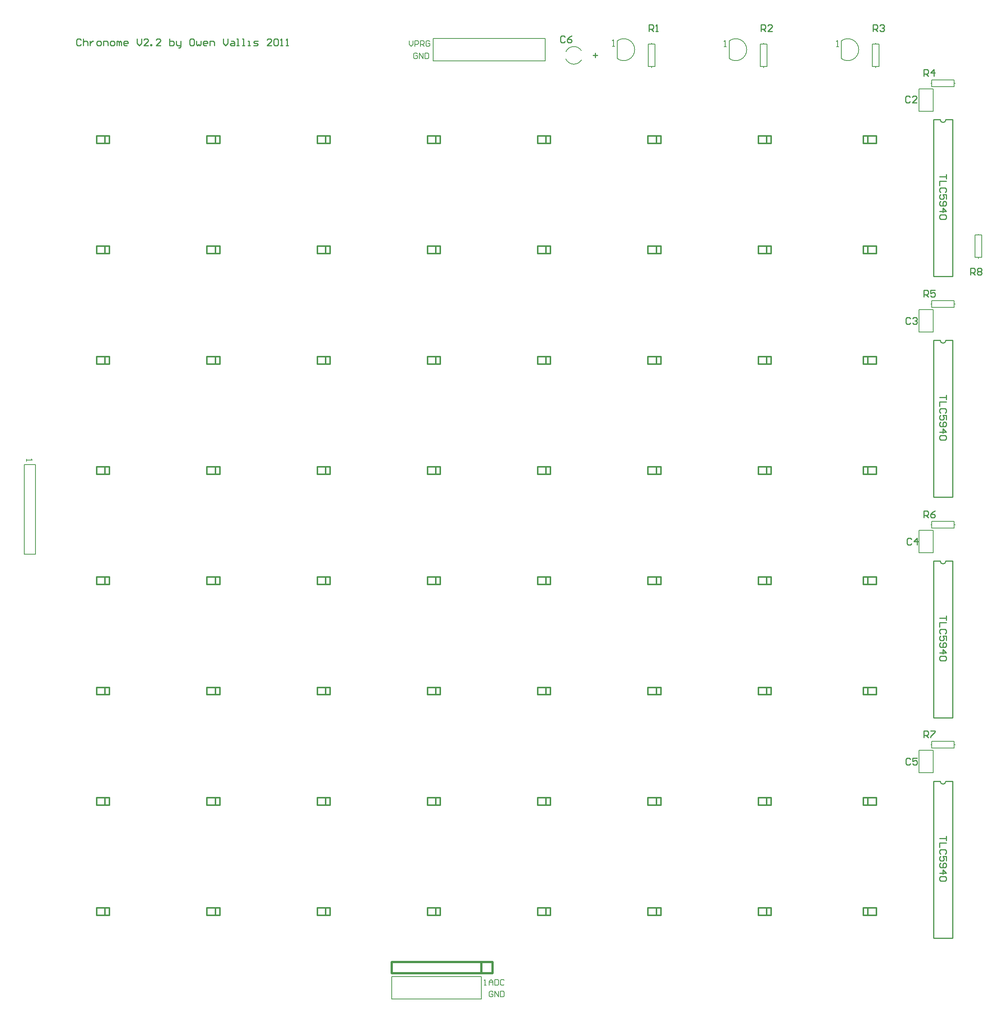
<source format=gto>
%FSAX23Y23*%
%MOIN*%
G70*
G01*
G75*
G04 Layer_Color=65535*
G04:AMPARAMS|DCode=10|XSize=200mil|YSize=70mil|CornerRadius=18mil|HoleSize=0mil|Usage=FLASHONLY|Rotation=180.000|XOffset=0mil|YOffset=0mil|HoleType=Round|Shape=RoundedRectangle|*
%AMROUNDEDRECTD10*
21,1,0.200,0.035,0,0,180.0*
21,1,0.165,0.070,0,0,180.0*
1,1,0.035,-0.083,0.018*
1,1,0.035,0.083,0.018*
1,1,0.035,0.083,-0.018*
1,1,0.035,-0.083,-0.018*
%
%ADD10ROUNDEDRECTD10*%
%ADD11R,0.200X0.070*%
%ADD12C,0.030*%
%ADD13C,0.050*%
%ADD14C,0.020*%
%ADD15C,0.059*%
%ADD16R,0.059X0.059*%
%ADD17C,0.053*%
%ADD18R,0.053X0.053*%
%ADD19C,0.050*%
%ADD20O,0.080X0.040*%
%ADD21R,0.080X0.040*%
%ADD22C,0.055*%
%ADD23O,0.079X0.039*%
%ADD24O,0.079X0.039*%
%ADD25C,0.060*%
%ADD26R,0.060X0.060*%
%ADD27R,0.059X0.059*%
%ADD28R,0.060X0.060*%
%ADD29C,0.065*%
%ADD30C,0.040*%
%ADD31R,0.010X0.010*%
%ADD32C,0.008*%
%ADD33C,0.010*%
%ADD34C,0.020*%
%ADD35C,0.012*%
%ADD36C,0.008*%
%ADD37C,0.006*%
D32*
X06933Y11172D02*
G03*
X07071Y11163I00072J00033D01*
G01*
Y11247D02*
G03*
X06933Y11238I-00066J-00042D01*
G01*
X07391Y11177D02*
G03*
X07391Y11333I00059J00078D01*
G01*
X08391Y11177D02*
G03*
X08391Y11333I00059J00078D01*
G01*
X09391Y11177D02*
G03*
X09391Y11333I00059J00078D01*
G01*
X05380Y02780D02*
X06180D01*
X05380Y02980D02*
X06180D01*
X05380Y02780D02*
Y02980D01*
X06180Y02780D02*
Y02980D01*
X05750Y11155D02*
X06750D01*
Y11355D01*
X05750D02*
X06750D01*
X05750Y11155D02*
Y11355D01*
X07700Y11105D02*
X07730D01*
Y11305D01*
X07670D02*
X07730D01*
X07670Y11105D02*
Y11305D01*
Y11105D02*
X07700D01*
Y11305D02*
Y11314D01*
Y11096D02*
Y11105D01*
X07391Y11177D02*
Y11333D01*
X08700Y11105D02*
X08730D01*
Y11305D01*
X08670D02*
X08730D01*
X08670Y11105D02*
Y11305D01*
Y11105D02*
X08700D01*
Y11305D02*
Y11314D01*
Y11096D02*
Y11105D01*
X08391Y11177D02*
Y11333D01*
X09700Y11105D02*
X09730D01*
Y11305D01*
X09670D02*
X09730D01*
X09670Y11105D02*
Y11305D01*
Y11105D02*
X09700D01*
Y11305D02*
Y11314D01*
Y11096D02*
Y11105D01*
X09391Y11177D02*
Y11333D01*
X10200Y05020D02*
Y05050D01*
Y05020D02*
X10400D01*
Y05080D01*
X10200D02*
X10400D01*
X10200Y05050D02*
Y05080D01*
X10400Y05050D02*
X10409D01*
X10191D02*
X10200D01*
Y06985D02*
Y07015D01*
Y06985D02*
X10400D01*
Y07045D01*
X10200D02*
X10400D01*
X10200Y07015D02*
Y07045D01*
X10400Y07015D02*
X10409D01*
X10191D02*
X10200D01*
Y08955D02*
Y08985D01*
Y08955D02*
X10400D01*
Y09015D01*
X10200D02*
X10400D01*
X10200Y08985D02*
Y09015D01*
X10400Y08985D02*
X10409D01*
X10191D02*
X10200D01*
Y10925D02*
Y10955D01*
Y10925D02*
X10400D01*
Y10985D01*
X10200D02*
X10400D01*
X10200Y10955D02*
Y10985D01*
X10400Y10955D02*
X10409D01*
X10191D02*
X10200D01*
X02100Y06750D02*
X02200D01*
X02100D02*
Y07550D01*
X02200D01*
Y06750D02*
Y07550D01*
X10213Y10705D02*
Y10905D01*
X10087Y10705D02*
Y10905D01*
Y10705D02*
X10213D01*
X10087Y10905D02*
X10213D01*
X10615Y09400D02*
X10645D01*
Y09600D01*
X10585D02*
X10645D01*
X10585Y09400D02*
Y09600D01*
Y09400D02*
X10615D01*
Y09600D02*
Y09609D01*
Y09391D02*
Y09400D01*
X10213Y08735D02*
Y08935D01*
X10087Y08735D02*
Y08935D01*
Y08735D02*
X10213D01*
X10087Y08935D02*
X10213D01*
Y06765D02*
Y06965D01*
X10087Y06765D02*
Y06965D01*
Y06765D02*
X10213D01*
X10087Y06965D02*
X10213D01*
Y04800D02*
Y05000D01*
X10087Y04800D02*
Y05000D01*
Y04800D02*
X10213D01*
X10087Y05000D02*
X10213D01*
D33*
X10275Y04725D02*
G03*
X10325Y04725I00025J00000D01*
G01*
X10275Y06690D02*
G03*
X10325Y06690I00025J00000D01*
G01*
X10275Y08660D02*
G03*
X10325Y08660I00025J00000D01*
G01*
X10275Y10630D02*
G03*
X10325Y10630I00025J00000D01*
G01*
X10215Y03325D02*
Y04725D01*
Y03325D02*
X10385D01*
Y04725D01*
X10325D02*
X10385D01*
X10215D02*
X10275D01*
X10215Y05290D02*
Y06690D01*
Y05290D02*
X10385D01*
Y06690D01*
X10325D02*
X10385D01*
X10215D02*
X10275D01*
X10215Y07260D02*
Y08660D01*
Y07260D02*
X10385D01*
Y08660D01*
X10325D02*
X10385D01*
X10215D02*
X10275D01*
X10215Y09230D02*
Y10630D01*
Y09230D02*
X10385D01*
Y10630D01*
X10325D02*
X10385D01*
X10215D02*
X10275D01*
X06926Y11368D02*
X06916Y11378D01*
X06896D01*
X06886Y11368D01*
Y11328D01*
X06896Y11318D01*
X06916D01*
X06926Y11328D01*
X06986Y11378D02*
X06966Y11368D01*
X06946Y11348D01*
Y11328D01*
X06956Y11318D01*
X06976D01*
X06986Y11328D01*
Y11338D01*
X06976Y11348D01*
X06946D01*
X10545Y09245D02*
Y09305D01*
X10575D01*
X10585Y09295D01*
Y09275D01*
X10575Y09265D01*
X10545D01*
X10565D02*
X10585Y09245D01*
X10605Y09295D02*
X10615Y09305D01*
X10635D01*
X10645Y09295D01*
Y09285D01*
X10635Y09275D01*
X10645Y09265D01*
Y09255D01*
X10635Y09245D01*
X10615D01*
X10605Y09255D01*
Y09265D01*
X10615Y09275D01*
X10605Y09285D01*
Y09295D01*
X10615Y09275D02*
X10635D01*
X10128Y05114D02*
Y05174D01*
X10158D01*
X10168Y05164D01*
Y05144D01*
X10158Y05134D01*
X10128D01*
X10148D02*
X10168Y05114D01*
X10188Y05174D02*
X10228D01*
Y05164D01*
X10188Y05124D01*
Y05114D01*
X10128Y07079D02*
Y07139D01*
X10158D01*
X10168Y07129D01*
Y07109D01*
X10158Y07099D01*
X10128D01*
X10148D02*
X10168Y07079D01*
X10228Y07139D02*
X10208Y07129D01*
X10188Y07109D01*
Y07089D01*
X10198Y07079D01*
X10218D01*
X10228Y07089D01*
Y07099D01*
X10218Y07109D01*
X10188D01*
X10128Y09049D02*
Y09109D01*
X10158D01*
X10168Y09099D01*
Y09079D01*
X10158Y09069D01*
X10128D01*
X10148D02*
X10168Y09049D01*
X10228Y09109D02*
X10188D01*
Y09079D01*
X10208Y09089D01*
X10218D01*
X10228Y09079D01*
Y09059D01*
X10218Y09049D01*
X10198D01*
X10188Y09059D01*
X10128Y11019D02*
Y11079D01*
X10158D01*
X10168Y11069D01*
Y11049D01*
X10158Y11039D01*
X10128D01*
X10148D02*
X10168Y11019D01*
X10218D02*
Y11079D01*
X10188Y11049D01*
X10228D01*
X09676Y11417D02*
Y11477D01*
X09706D01*
X09716Y11467D01*
Y11447D01*
X09706Y11437D01*
X09676D01*
X09696D02*
X09716Y11417D01*
X09736Y11467D02*
X09746Y11477D01*
X09766D01*
X09776Y11467D01*
Y11457D01*
X09766Y11447D01*
X09756D01*
X09766D01*
X09776Y11437D01*
Y11427D01*
X09766Y11417D01*
X09746D01*
X09736Y11427D01*
X08676Y11417D02*
Y11477D01*
X08706D01*
X08716Y11467D01*
Y11447D01*
X08706Y11437D01*
X08676D01*
X08696D02*
X08716Y11417D01*
X08776D02*
X08736D01*
X08776Y11457D01*
Y11467D01*
X08766Y11477D01*
X08746D01*
X08736Y11467D01*
X07676Y11417D02*
Y11477D01*
X07706D01*
X07716Y11467D01*
Y11447D01*
X07706Y11437D01*
X07676D01*
X07696D02*
X07716Y11417D01*
X07736D02*
X07756D01*
X07746D01*
Y11477D01*
X07736Y11467D01*
X10010Y04920D02*
X10000Y04930D01*
X09980D01*
X09970Y04920D01*
Y04880D01*
X09980Y04870D01*
X10000D01*
X10010Y04880D01*
X10070Y04930D02*
X10030D01*
Y04900D01*
X10050Y04910D01*
X10060D01*
X10070Y04900D01*
Y04880D01*
X10060Y04870D01*
X10040D01*
X10030Y04880D01*
X10020Y06885D02*
X10010Y06895D01*
X09990D01*
X09980Y06885D01*
Y06845D01*
X09990Y06835D01*
X10010D01*
X10020Y06845D01*
X10070Y06835D02*
Y06895D01*
X10040Y06865D01*
X10080D01*
X10010Y08855D02*
X10000Y08865D01*
X09980D01*
X09970Y08855D01*
Y08815D01*
X09980Y08805D01*
X10000D01*
X10010Y08815D01*
X10030Y08855D02*
X10040Y08865D01*
X10060D01*
X10070Y08855D01*
Y08845D01*
X10060Y08835D01*
X10050D01*
X10060D01*
X10070Y08825D01*
Y08815D01*
X10060Y08805D01*
X10040D01*
X10030Y08815D01*
X10005Y10830D02*
X09995Y10840D01*
X09975D01*
X09965Y10830D01*
Y10790D01*
X09975Y10780D01*
X09995D01*
X10005Y10790D01*
X10065Y10780D02*
X10025D01*
X10065Y10820D01*
Y10830D01*
X10055Y10840D01*
X10035D01*
X10025Y10830D01*
X02605Y11340D02*
X02595Y11350D01*
X02575D01*
X02565Y11340D01*
Y11300D01*
X02575Y11290D01*
X02595D01*
X02605Y11300D01*
X02625Y11350D02*
Y11290D01*
Y11320D01*
X02635Y11330D01*
X02655D01*
X02665Y11320D01*
Y11290D01*
X02685Y11330D02*
Y11290D01*
Y11310D01*
X02695Y11320D01*
X02705Y11330D01*
X02715D01*
X02755Y11290D02*
X02775D01*
X02785Y11300D01*
Y11320D01*
X02775Y11330D01*
X02755D01*
X02745Y11320D01*
Y11300D01*
X02755Y11290D01*
X02805D02*
Y11330D01*
X02835D01*
X02845Y11320D01*
Y11290D01*
X02875D02*
X02895D01*
X02905Y11300D01*
Y11320D01*
X02895Y11330D01*
X02875D01*
X02865Y11320D01*
Y11300D01*
X02875Y11290D01*
X02925D02*
Y11330D01*
X02935D01*
X02945Y11320D01*
Y11290D01*
Y11320D01*
X02955Y11330D01*
X02965Y11320D01*
Y11290D01*
X03015D02*
X02995D01*
X02985Y11300D01*
Y11320D01*
X02995Y11330D01*
X03015D01*
X03025Y11320D01*
Y11310D01*
X02985D01*
X03105Y11350D02*
Y11310D01*
X03125Y11290D01*
X03145Y11310D01*
Y11350D01*
X03205Y11290D02*
X03165D01*
X03205Y11330D01*
Y11340D01*
X03195Y11350D01*
X03175D01*
X03165Y11340D01*
X03225Y11290D02*
Y11300D01*
X03235D01*
Y11290D01*
X03225D01*
X03315D02*
X03275D01*
X03315Y11330D01*
Y11340D01*
X03305Y11350D01*
X03285D01*
X03275Y11340D01*
X03395Y11350D02*
Y11290D01*
X03425D01*
X03435Y11300D01*
Y11310D01*
Y11320D01*
X03425Y11330D01*
X03395D01*
X03455D02*
Y11300D01*
X03465Y11290D01*
X03495D01*
Y11280D01*
X03485Y11270D01*
X03475D01*
X03495Y11290D02*
Y11330D01*
X03605Y11350D02*
X03585D01*
X03575Y11340D01*
Y11300D01*
X03585Y11290D01*
X03605D01*
X03615Y11300D01*
Y11340D01*
X03605Y11350D01*
X03635Y11330D02*
Y11300D01*
X03645Y11290D01*
X03655Y11300D01*
X03665Y11290D01*
X03675Y11300D01*
Y11330D01*
X03725Y11290D02*
X03705D01*
X03695Y11300D01*
Y11320D01*
X03705Y11330D01*
X03725D01*
X03735Y11320D01*
Y11310D01*
X03695D01*
X03754Y11290D02*
Y11330D01*
X03784D01*
X03794Y11320D01*
Y11290D01*
X03874Y11350D02*
Y11310D01*
X03894Y11290D01*
X03914Y11310D01*
Y11350D01*
X03944Y11330D02*
X03964D01*
X03974Y11320D01*
Y11290D01*
X03944D01*
X03934Y11300D01*
X03944Y11310D01*
X03974D01*
X03994Y11290D02*
X04014D01*
X04004D01*
Y11350D01*
X03994D01*
X04044Y11290D02*
X04064D01*
X04054D01*
Y11350D01*
X04044D01*
X04094Y11290D02*
X04114D01*
X04104D01*
Y11330D01*
X04094D01*
X04144Y11290D02*
X04174D01*
X04184Y11300D01*
X04174Y11310D01*
X04154D01*
X04144Y11320D01*
X04154Y11330D01*
X04184D01*
X04304Y11290D02*
X04264D01*
X04304Y11330D01*
Y11340D01*
X04294Y11350D01*
X04274D01*
X04264Y11340D01*
X04324D02*
X04334Y11350D01*
X04354D01*
X04364Y11340D01*
Y11300D01*
X04354Y11290D01*
X04334D01*
X04324Y11300D01*
Y11340D01*
X04384Y11290D02*
X04404D01*
X04394D01*
Y11350D01*
X04384Y11340D01*
X04434Y11290D02*
X04454D01*
X04444D01*
Y11350D01*
X04434Y11340D01*
X10330Y04235D02*
Y04195D01*
Y04215D01*
X10270D01*
X10330Y04175D02*
X10270D01*
Y04135D01*
X10320Y04075D02*
X10330Y04085D01*
Y04105D01*
X10320Y04115D01*
X10280D01*
X10270Y04105D01*
Y04085D01*
X10280Y04075D01*
X10330Y04015D02*
Y04055D01*
X10300D01*
X10310Y04035D01*
Y04025D01*
X10300Y04015D01*
X10280D01*
X10270Y04025D01*
Y04045D01*
X10280Y04055D01*
Y03995D02*
X10270Y03985D01*
Y03965D01*
X10280Y03955D01*
X10320D01*
X10330Y03965D01*
Y03985D01*
X10320Y03995D01*
X10310D01*
X10300Y03985D01*
Y03955D01*
X10270Y03905D02*
X10330D01*
X10300Y03935D01*
Y03895D01*
X10320Y03875D02*
X10330Y03865D01*
Y03845D01*
X10320Y03835D01*
X10280D01*
X10270Y03845D01*
Y03865D01*
X10280Y03875D01*
X10320D01*
X10330Y06200D02*
Y06160D01*
Y06180D01*
X10270D01*
X10330Y06140D02*
X10270D01*
Y06100D01*
X10320Y06040D02*
X10330Y06050D01*
Y06070D01*
X10320Y06080D01*
X10280D01*
X10270Y06070D01*
Y06050D01*
X10280Y06040D01*
X10330Y05980D02*
Y06020D01*
X10300D01*
X10310Y06000D01*
Y05990D01*
X10300Y05980D01*
X10280D01*
X10270Y05990D01*
Y06010D01*
X10280Y06020D01*
Y05960D02*
X10270Y05950D01*
Y05930D01*
X10280Y05920D01*
X10320D01*
X10330Y05930D01*
Y05950D01*
X10320Y05960D01*
X10310D01*
X10300Y05950D01*
Y05920D01*
X10270Y05870D02*
X10330D01*
X10300Y05900D01*
Y05860D01*
X10320Y05840D02*
X10330Y05830D01*
Y05810D01*
X10320Y05800D01*
X10280D01*
X10270Y05810D01*
Y05830D01*
X10280Y05840D01*
X10320D01*
X10330Y08170D02*
Y08130D01*
Y08150D01*
X10270D01*
X10330Y08110D02*
X10270D01*
Y08070D01*
X10320Y08010D02*
X10330Y08020D01*
Y08040D01*
X10320Y08050D01*
X10280D01*
X10270Y08040D01*
Y08020D01*
X10280Y08010D01*
X10330Y07950D02*
Y07990D01*
X10300D01*
X10310Y07970D01*
Y07960D01*
X10300Y07950D01*
X10280D01*
X10270Y07960D01*
Y07980D01*
X10280Y07990D01*
Y07930D02*
X10270Y07920D01*
Y07900D01*
X10280Y07890D01*
X10320D01*
X10330Y07900D01*
Y07920D01*
X10320Y07930D01*
X10310D01*
X10300Y07920D01*
Y07890D01*
X10270Y07840D02*
X10330D01*
X10300Y07870D01*
Y07830D01*
X10320Y07810D02*
X10330Y07800D01*
Y07780D01*
X10320Y07770D01*
X10280D01*
X10270Y07780D01*
Y07800D01*
X10280Y07810D01*
X10320D01*
X10330Y10140D02*
Y10100D01*
Y10120D01*
X10270D01*
X10330Y10080D02*
X10270D01*
Y10040D01*
X10320Y09980D02*
X10330Y09990D01*
Y10010D01*
X10320Y10020D01*
X10280D01*
X10270Y10010D01*
Y09990D01*
X10280Y09980D01*
X10330Y09920D02*
Y09960D01*
X10300D01*
X10310Y09940D01*
Y09930D01*
X10300Y09920D01*
X10280D01*
X10270Y09930D01*
Y09950D01*
X10280Y09960D01*
Y09900D02*
X10270Y09890D01*
Y09870D01*
X10280Y09860D01*
X10320D01*
X10330Y09870D01*
Y09890D01*
X10320Y09900D01*
X10310D01*
X10300Y09890D01*
Y09860D01*
X10270Y09810D02*
X10330D01*
X10300Y09840D01*
Y09800D01*
X10320Y09780D02*
X10330Y09770D01*
Y09750D01*
X10320Y09740D01*
X10280D01*
X10270Y09750D01*
Y09770D01*
X10280Y09780D01*
X10320D01*
X07175Y11205D02*
X07215D01*
X07195Y11225D02*
Y11185D01*
D34*
X06280Y03010D02*
Y03100D01*
X05380Y03010D02*
X06280D01*
X05380D02*
Y03110D01*
X06280D01*
X06180D02*
X06280D01*
X06180Y03010D02*
Y03110D01*
X06280Y03010D02*
Y03110D01*
D35*
X09705Y03528D02*
Y03594D01*
X09590D02*
X09705D01*
X09590Y03528D02*
Y03594D01*
Y03528D02*
X09705D01*
X09630Y03529D02*
Y03594D01*
X09705Y10418D02*
Y10484D01*
X09590D02*
X09705D01*
X09590Y10418D02*
Y10484D01*
Y10418D02*
X09705D01*
X09630Y10419D02*
Y10484D01*
X08726Y10418D02*
Y10483D01*
X08651Y10484D02*
X08766D01*
Y10418D02*
Y10484D01*
X08651Y10418D02*
X08766D01*
X08651D02*
Y10484D01*
X07666Y10418D02*
Y10484D01*
Y10418D02*
X07781D01*
Y10484D01*
X07666D02*
X07781D01*
X07741Y10418D02*
Y10483D01*
X06757Y10418D02*
Y10483D01*
X06682Y10484D02*
X06797D01*
Y10418D02*
Y10484D01*
X06682Y10418D02*
X06797D01*
X06682D02*
Y10484D01*
X05698Y10418D02*
Y10484D01*
Y10418D02*
X05813D01*
Y10484D01*
X05698D02*
X05813D01*
X05773Y10418D02*
Y10483D01*
X04789Y10418D02*
Y10483D01*
X04714Y10484D02*
X04829D01*
Y10418D02*
Y10484D01*
X04714Y10418D02*
X04829D01*
X04714D02*
Y10484D01*
X03729Y10418D02*
Y10484D01*
Y10418D02*
X03844D01*
Y10484D01*
X03729D02*
X03844D01*
X03804Y10418D02*
Y10483D01*
X02820Y10418D02*
Y10483D01*
X02745Y10484D02*
X02860D01*
Y10418D02*
Y10484D01*
X02745Y10418D02*
X02860D01*
X02745D02*
Y10484D01*
X09705Y09434D02*
Y09500D01*
X09590D02*
X09705D01*
X09590Y09434D02*
Y09500D01*
Y09434D02*
X09705D01*
X09630Y09435D02*
Y09500D01*
X08726Y09434D02*
Y09499D01*
X08651Y09500D02*
X08766D01*
Y09434D02*
Y09500D01*
X08651Y09434D02*
X08766D01*
X08651D02*
Y09500D01*
X07666Y09434D02*
Y09500D01*
Y09434D02*
X07781D01*
Y09500D01*
X07666D02*
X07781D01*
X07741Y09434D02*
Y09499D01*
X06757Y09434D02*
Y09499D01*
X06682Y09500D02*
X06797D01*
Y09434D02*
Y09500D01*
X06682Y09434D02*
X06797D01*
X06682D02*
Y09500D01*
X05698Y09434D02*
Y09500D01*
Y09434D02*
X05813D01*
Y09500D01*
X05698D02*
X05813D01*
X05773Y09434D02*
Y09499D01*
X04789Y09434D02*
Y09499D01*
X04714Y09500D02*
X04829D01*
Y09434D02*
Y09500D01*
X04714Y09434D02*
X04829D01*
X04714D02*
Y09500D01*
X03729Y09434D02*
Y09500D01*
Y09434D02*
X03844D01*
Y09500D01*
X03729D02*
X03844D01*
X03804Y09434D02*
Y09499D01*
X02820Y09434D02*
Y09499D01*
X02745Y09500D02*
X02860D01*
Y09434D02*
Y09500D01*
X02745Y09434D02*
X02860D01*
X02745D02*
Y09500D01*
X09705Y08449D02*
Y08515D01*
X09590D02*
X09705D01*
X09590Y08449D02*
Y08515D01*
Y08449D02*
X09705D01*
X09630Y08450D02*
Y08515D01*
X08726Y08449D02*
Y08514D01*
X08651Y08515D02*
X08766D01*
Y08449D02*
Y08515D01*
X08651Y08449D02*
X08766D01*
X08651D02*
Y08515D01*
X07666Y08449D02*
Y08515D01*
Y08449D02*
X07781D01*
Y08515D01*
X07666D02*
X07781D01*
X07741Y08449D02*
Y08514D01*
X06757Y08449D02*
Y08514D01*
X06682Y08515D02*
X06797D01*
Y08449D02*
Y08515D01*
X06682Y08449D02*
X06797D01*
X06682D02*
Y08515D01*
X05698Y08449D02*
Y08515D01*
Y08449D02*
X05813D01*
Y08515D01*
X05698D02*
X05813D01*
X05773Y08449D02*
Y08514D01*
X04789Y08449D02*
Y08514D01*
X04714Y08515D02*
X04829D01*
Y08449D02*
Y08515D01*
X04714Y08449D02*
X04829D01*
X04714D02*
Y08515D01*
X03729Y08449D02*
Y08515D01*
Y08449D02*
X03844D01*
Y08515D01*
X03729D02*
X03844D01*
X03804Y08449D02*
Y08514D01*
X02820Y08449D02*
Y08514D01*
X02745Y08515D02*
X02860D01*
Y08449D02*
Y08515D01*
X02745Y08449D02*
X02860D01*
X02745D02*
Y08515D01*
X09705Y07465D02*
Y07531D01*
X09590D02*
X09705D01*
X09590Y07465D02*
Y07531D01*
Y07465D02*
X09705D01*
X09630Y07466D02*
Y07531D01*
X08726Y07465D02*
Y07530D01*
X08651Y07531D02*
X08766D01*
Y07465D02*
Y07531D01*
X08651Y07465D02*
X08766D01*
X08651D02*
Y07531D01*
X07666Y07465D02*
Y07531D01*
Y07465D02*
X07781D01*
Y07531D01*
X07666D02*
X07781D01*
X07741Y07465D02*
Y07530D01*
X06757Y07465D02*
Y07530D01*
X06682Y07531D02*
X06797D01*
Y07465D02*
Y07531D01*
X06682Y07465D02*
X06797D01*
X06682D02*
Y07531D01*
X05698Y07465D02*
Y07531D01*
Y07465D02*
X05813D01*
Y07531D01*
X05698D02*
X05813D01*
X05773Y07465D02*
Y07530D01*
X04789Y07465D02*
Y07530D01*
X04714Y07531D02*
X04829D01*
Y07465D02*
Y07531D01*
X04714Y07465D02*
X04829D01*
X04714D02*
Y07531D01*
X03729Y07465D02*
Y07531D01*
Y07465D02*
X03844D01*
Y07531D01*
X03729D02*
X03844D01*
X03804Y07465D02*
Y07530D01*
X02820Y07465D02*
Y07530D01*
X02745Y07531D02*
X02860D01*
Y07465D02*
Y07531D01*
X02745Y07465D02*
X02860D01*
X02745D02*
Y07531D01*
X09705Y06481D02*
Y06547D01*
X09590D02*
X09705D01*
X09590Y06481D02*
Y06547D01*
Y06481D02*
X09705D01*
X09630Y06482D02*
Y06547D01*
X08726Y06481D02*
Y06546D01*
X08651Y06547D02*
X08766D01*
Y06481D02*
Y06547D01*
X08651Y06481D02*
X08766D01*
X08651D02*
Y06547D01*
X07666Y06481D02*
Y06547D01*
Y06481D02*
X07781D01*
Y06547D01*
X07666D02*
X07781D01*
X07741Y06481D02*
Y06546D01*
X06757Y06481D02*
Y06546D01*
X06682Y06547D02*
X06797D01*
Y06481D02*
Y06547D01*
X06682Y06481D02*
X06797D01*
X06682D02*
Y06547D01*
X05698Y06481D02*
Y06547D01*
Y06481D02*
X05813D01*
Y06547D01*
X05698D02*
X05813D01*
X05773Y06481D02*
Y06546D01*
X04789Y06481D02*
Y06546D01*
X04714Y06547D02*
X04829D01*
Y06481D02*
Y06547D01*
X04714Y06481D02*
X04829D01*
X04714D02*
Y06547D01*
X03729Y06481D02*
Y06547D01*
Y06481D02*
X03844D01*
Y06547D01*
X03729D02*
X03844D01*
X03804Y06481D02*
Y06546D01*
X02820Y06481D02*
Y06546D01*
X02745Y06547D02*
X02860D01*
Y06481D02*
Y06547D01*
X02745Y06481D02*
X02860D01*
X02745D02*
Y06547D01*
X09705Y05497D02*
Y05563D01*
X09590D02*
X09705D01*
X09590Y05497D02*
Y05563D01*
Y05497D02*
X09705D01*
X09630Y05498D02*
Y05563D01*
X08726Y05497D02*
Y05562D01*
X08651Y05563D02*
X08766D01*
Y05497D02*
Y05563D01*
X08651Y05497D02*
X08766D01*
X08651D02*
Y05563D01*
X07666Y05497D02*
Y05563D01*
Y05497D02*
X07781D01*
Y05563D01*
X07666D02*
X07781D01*
X07741Y05497D02*
Y05562D01*
X06757Y05497D02*
Y05562D01*
X06682Y05563D02*
X06797D01*
Y05497D02*
Y05563D01*
X06682Y05497D02*
X06797D01*
X06682D02*
Y05563D01*
X05698Y05497D02*
Y05563D01*
Y05497D02*
X05813D01*
Y05563D01*
X05698D02*
X05813D01*
X05773Y05497D02*
Y05562D01*
X04789Y05497D02*
Y05562D01*
X04714Y05563D02*
X04829D01*
Y05497D02*
Y05563D01*
X04714Y05497D02*
X04829D01*
X04714D02*
Y05563D01*
X03729Y05497D02*
Y05563D01*
Y05497D02*
X03844D01*
Y05563D01*
X03729D02*
X03844D01*
X03804Y05497D02*
Y05562D01*
X02820Y05497D02*
Y05562D01*
X02745Y05563D02*
X02860D01*
Y05497D02*
Y05563D01*
X02745Y05497D02*
X02860D01*
X02745D02*
Y05563D01*
X09705Y04512D02*
Y04578D01*
X09590D02*
X09705D01*
X09590Y04512D02*
Y04578D01*
Y04512D02*
X09705D01*
X09630Y04513D02*
Y04578D01*
X08726Y04512D02*
Y04577D01*
X08651Y04578D02*
X08766D01*
Y04512D02*
Y04578D01*
X08651Y04512D02*
X08766D01*
X08651D02*
Y04578D01*
X07666Y04512D02*
Y04578D01*
Y04512D02*
X07781D01*
Y04578D01*
X07666D02*
X07781D01*
X07741Y04512D02*
Y04577D01*
X06757Y04512D02*
Y04577D01*
X06682Y04578D02*
X06797D01*
Y04512D02*
Y04578D01*
X06682Y04512D02*
X06797D01*
X06682D02*
Y04578D01*
X05698Y04512D02*
Y04578D01*
Y04512D02*
X05813D01*
Y04578D01*
X05698D02*
X05813D01*
X05773Y04512D02*
Y04577D01*
X04789Y04512D02*
Y04577D01*
X04714Y04578D02*
X04829D01*
Y04512D02*
Y04578D01*
X04714Y04512D02*
X04829D01*
X04714D02*
Y04578D01*
X03729Y04512D02*
Y04578D01*
Y04512D02*
X03844D01*
Y04578D01*
X03729D02*
X03844D01*
X03804Y04512D02*
Y04577D01*
X02820Y04512D02*
Y04577D01*
X02745Y04578D02*
X02860D01*
Y04512D02*
Y04578D01*
X02745Y04512D02*
X02860D01*
X02745D02*
Y04578D01*
X08651Y03528D02*
Y03594D01*
Y03528D02*
X08766D01*
Y03594D01*
X08651D02*
X08766D01*
X08726Y03528D02*
Y03593D01*
X07741Y03528D02*
Y03593D01*
X07666Y03594D02*
X07781D01*
Y03528D02*
Y03594D01*
X07666Y03528D02*
X07781D01*
X07666D02*
Y03594D01*
X06682Y03528D02*
Y03594D01*
Y03528D02*
X06797D01*
Y03594D01*
X06682D02*
X06797D01*
X06757Y03528D02*
Y03593D01*
X05773Y03528D02*
Y03593D01*
X05698Y03594D02*
X05813D01*
Y03528D02*
Y03594D01*
X05698Y03528D02*
X05813D01*
X05698D02*
Y03594D01*
X04714Y03528D02*
Y03594D01*
Y03528D02*
X04829D01*
Y03594D01*
X04714D02*
X04829D01*
X04789Y03528D02*
Y03593D01*
X03804Y03528D02*
Y03593D01*
X03729Y03594D02*
X03844D01*
Y03528D02*
Y03594D01*
X03729Y03528D02*
X03844D01*
X03729D02*
Y03594D01*
X02745Y03528D02*
Y03594D01*
Y03528D02*
X02860D01*
Y03594D01*
X02745D02*
X02860D01*
X02820Y03528D02*
Y03593D01*
D36*
X02120Y07600D02*
Y07583D01*
Y07592D01*
X02170D01*
X02162Y07600D01*
X06250Y02905D02*
Y02938D01*
X06267Y02955D01*
X06283Y02938D01*
Y02905D01*
Y02930D01*
X06250D01*
X06300Y02955D02*
Y02905D01*
X06325D01*
X06333Y02913D01*
Y02947D01*
X06325Y02955D01*
X06300D01*
X06383Y02947D02*
X06375Y02955D01*
X06358D01*
X06350Y02947D01*
Y02913D01*
X06358Y02905D01*
X06375D01*
X06383Y02913D01*
X06283Y02842D02*
X06275Y02850D01*
X06258D01*
X06250Y02842D01*
Y02808D01*
X06258Y02800D01*
X06275D01*
X06283Y02808D01*
Y02825D01*
X06267D01*
X06300Y02800D02*
Y02850D01*
X06333Y02800D01*
Y02850D01*
X06350D02*
Y02800D01*
X06375D01*
X06383Y02808D01*
Y02842D01*
X06375Y02850D01*
X06350D01*
X06205Y02905D02*
X06222D01*
X06213D01*
Y02955D01*
X06205Y02947D01*
X05535Y11335D02*
Y11302D01*
X05552Y11285D01*
X05568Y11302D01*
Y11335D01*
X05585Y11285D02*
Y11335D01*
X05610D01*
X05618Y11327D01*
Y11310D01*
X05610Y11302D01*
X05585D01*
X05635Y11285D02*
Y11335D01*
X05660D01*
X05668Y11327D01*
Y11310D01*
X05660Y11302D01*
X05635D01*
X05652D02*
X05668Y11285D01*
X05718Y11327D02*
X05710Y11335D01*
X05693D01*
X05685Y11327D01*
Y11293D01*
X05693Y11285D01*
X05710D01*
X05718Y11293D01*
Y11310D01*
X05702D01*
X05608Y11217D02*
X05600Y11225D01*
X05583D01*
X05575Y11217D01*
Y11183D01*
X05583Y11175D01*
X05600D01*
X05608Y11183D01*
Y11200D01*
X05592D01*
X05625Y11175D02*
Y11225D01*
X05658Y11175D01*
Y11225D01*
X05675D02*
Y11175D01*
X05700D01*
X05708Y11183D01*
Y11217D01*
X05700Y11225D01*
X05675D01*
D37*
X07350Y11285D02*
X07370D01*
X07360D01*
Y11344D01*
X07350Y11334D01*
X08345Y11280D02*
X08365D01*
X08355D01*
Y11339D01*
X08345Y11329D01*
X09350Y11280D02*
X09370D01*
X09360D01*
Y11339D01*
X09350Y11329D01*
M02*

</source>
